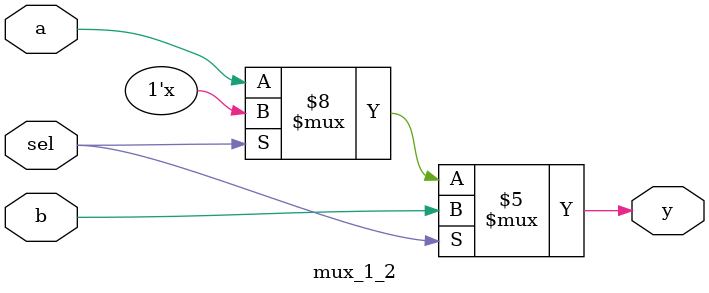
<source format=v>
module mux_1_2(
    input a, b, sel, 
    output reg y
);

always@(a, b, sel)
    begin
        if (sel == 0) y = a;
        if (sel == 1) y = b;
    end

endmodule

</source>
